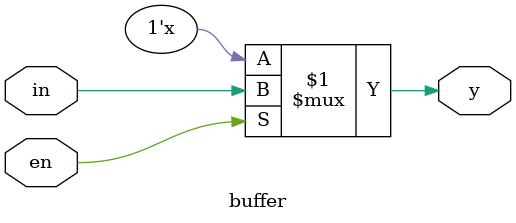
<source format=v>
`timescale 1ns / 1ps


module buffer(
input in,en,
output y
    );
   /* When en = 1, output y = in.
      When en = 0,    output y = Z (high impedance).
    */
    assign y = en ? in : 1'bz;
endmodule


</source>
